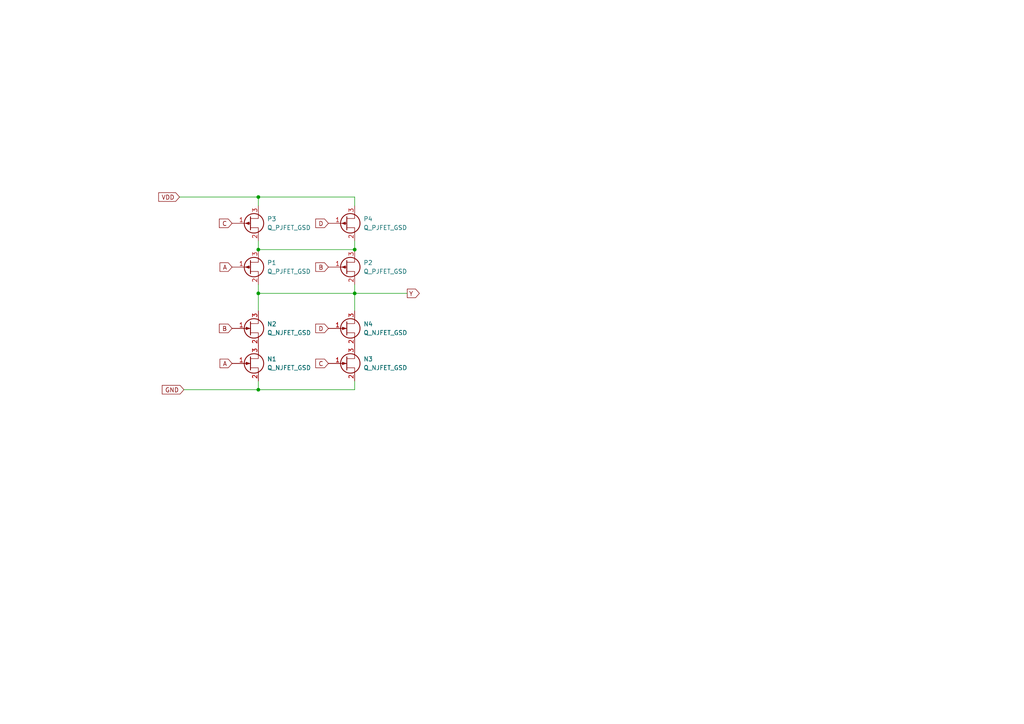
<source format=kicad_sch>
(kicad_sch (version 20250114) (generator "eeschema") (generator_version "9.0")
  (paper "A4")
  (lib_symbols
    (symbol "Device:Q_NJFET_GSD" (pin_names (offset 0) (hide yes))
      (property "Reference" "Q" (at 5.08 1.27 0))
      (property "Value" "Q_NJFET_GSD" (at 5.08 -1.27 0))
      (symbol "Q_NJFET_GSD_0_1"
        (polyline (pts (xy 0 0) (xy -1.016 0.381) (xy -1.016 -0.381) (xy 0 0)) (fill (type outline)))
        (polyline (pts (xy 0.254 1.905) (xy 0.254 -1.905) (xy 0.254 -1.905)) (stroke (width 0.254)))
        (circle (center 1.27 0) (radius 2.8194) (stroke (width 0.254)))
        (polyline (pts (xy 2.54 2.54) (xy 2.54 1.397) (xy 0.254 1.397)))
        (polyline (pts (xy 2.54 -2.54) (xy 2.54 -1.27) (xy 0.254 -1.27)))
      )
      (symbol "Q_NJFET_GSD_1_1"
        (pin input line (at -5.08 0 0) (length 5.334) (name "G") (number "1"))
        (pin passive line (at 2.54 5.08 270) (length 2.54) (name "D") (number "3"))
        (pin passive line (at 2.54 -5.08 90) (length 2.54) (name "S") (number "2"))
      )
    )
    (symbol "Device:Q_PJFET_GSD" (pin_names (offset 0) (hide yes))
      (property "Reference" "Q" (at 5.08 1.27 0))
      (property "Value" "Q_PJFET_GSD" (at 5.08 -1.27 0))
      (symbol "Q_PJFET_GSD_0_1"
        (polyline (pts (xy -1.143 0) (xy -0.127 0.381) (xy -0.127 -0.381) (xy -1.143 0)) (fill (type outline)))
        (polyline (pts (xy 0.254 1.905) (xy 0.254 -1.905) (xy 0.254 -1.905)) (stroke (width 0.254)))
        (circle (center 1.27 0) (radius 2.8194) (stroke (width 0.254)))
        (polyline (pts (xy 2.54 2.54) (xy 2.54 1.397) (xy 0.254 1.397)))
        (polyline (pts (xy 2.54 -2.54) (xy 2.54 -1.27) (xy 0.254 -1.27)))
      )
      (symbol "Q_PJFET_GSD_1_1"
        (pin input line (at -5.08 0 0) (length 5.334) (name "G") (number "1"))
        (pin passive line (at 2.54 5.08 270) (length 2.54) (name "D") (number "3"))
        (pin passive line (at 2.54 -5.08 90) (length 2.54) (name "S") (number "2"))
      )
    )
  )
  (junction (at 74.93 72.39))
  (junction (at 102.87 85.09))
  (junction (at 74.93 85.09))
  (junction (at 74.93 113.03))
  (junction (at 102.87 72.39))
  (junction (at 74.93 57.15))
  (wire (pts (xy 74.93 110.49) (xy 74.93 113.03)))
  (wire (pts (xy 74.93 113.03) (xy 102.87 113.03)))
  (wire (pts (xy 102.87 69.85) (xy 102.87 72.39)))
  (wire (pts (xy 74.93 85.09) (xy 102.87 85.09)))
  (wire (pts (xy 102.87 57.15) (xy 102.87 59.69)))
  (wire (pts (xy 74.93 69.85) (xy 74.93 72.39)))
  (wire (pts (xy 102.87 85.09) (xy 118.11 85.09)))
  (wire (pts (xy 102.87 85.09) (xy 102.87 90.17)))
  (wire (pts (xy 74.93 72.39) (xy 102.87 72.39)))
  (wire (pts (xy 74.93 85.09) (xy 74.93 90.17)))
  (wire (pts (xy 53.34 113.03) (xy 74.93 113.03)))
  (wire (pts (xy 52.07 57.15) (xy 74.93 57.15)))
  (wire (pts (xy 74.93 57.15) (xy 102.87 57.15)))
  (wire (pts (xy 74.93 82.55) (xy 74.93 85.09)))
  (wire (pts (xy 74.93 57.15) (xy 74.93 59.69)))
  (wire (pts (xy 102.87 110.49) (xy 102.87 113.03)))
  (wire (pts (xy 102.87 82.55) (xy 102.87 85.09)))
  (global_label "C" (shape input) (at 95.25 105.41 180) (property "Intersheetrefs" "${INTERSHEET_REFS}" (effects (hide yes))))
  (global_label "B" (shape input) (at 67.31 95.25 180) (property "Intersheetrefs" "${INTERSHEET_REFS}" (effects (hide yes))))
  (global_label "D" (shape input) (at 95.25 95.25 180) (property "Intersheetrefs" "${INTERSHEET_REFS}" (effects (hide yes))))
  (global_label "D" (shape input) (at 95.25 64.77 180) (property "Intersheetrefs" "${INTERSHEET_REFS}" (effects (hide yes))))
  (global_label "A" (shape input) (at 67.31 105.41 180) (property "Intersheetrefs" "${INTERSHEET_REFS}" (effects (hide yes))))
  (global_label "Y" (shape output) (at 118.11 85.09 0) (property "Intersheetrefs" "${INTERSHEET_REFS}" (effects (hide yes))))
  (global_label "A" (shape input) (at 67.31 77.47 180) (property "Intersheetrefs" "${INTERSHEET_REFS}" (effects (hide yes))))
  (global_label "GND" (shape input) (at 53.34 113.03 180) (property "Intersheetrefs" "${INTERSHEET_REFS}" (effects (hide yes))) (property "Netclass" "Power" (effects (hide yes))))
  (global_label "C" (shape input) (at 67.31 64.77 180) (property "Intersheetrefs" "${INTERSHEET_REFS}" (effects (hide yes))))
  (global_label "B" (shape input) (at 95.25 77.47 180) (property "Intersheetrefs" "${INTERSHEET_REFS}" (effects (hide yes))))
  (global_label "VDD" (shape input) (at 52.07 57.15 180) (property "Intersheetrefs" "${INTERSHEET_REFS}" (effects (hide yes))) (property "Netclass" "Power" (effects (hide yes))))
  (symbol (lib_id "Device:Q_PJFET_GSD") (at 100.33 64.77 0) (unit 1)
    (property "Reference" "P4" (at 105.41 63.4999 0) (effects (justify left)))
    (property "Value" "Q_PJFET_GSD" (at 105.41 66.0399 0) (effects (justify left)))
    (property "Footprint" "Package_TO_SOT_SMD:SOT-523" (effects (hide yes)))
    (property "Description" "P-JFET transistor, gate/source/drain" (effects (hide yes)))
  )
  (symbol (lib_id "Device:Q_NJFET_GSD") (at 72.39 105.41 0) (unit 1)
    (property "Reference" "N1" (at 77.47 104.1399 0) (effects (justify left)))
    (property "Value" "Q_NJFET_GSD" (at 77.47 106.6799 0) (effects (justify left)))
    (property "Footprint" "Package_TO_SOT_SMD:SOT-523" (effects (hide yes)))
    (property "Description" "N-JFET transistor, gate/source/drain" (effects (hide yes)))
  )
  (symbol (lib_id "Device:Q_PJFET_GSD") (at 100.33 77.47 0) (unit 1)
    (property "Reference" "P2" (at 105.41 76.1999 0) (effects (justify left)))
    (property "Value" "Q_PJFET_GSD" (at 105.41 78.7399 0) (effects (justify left)))
    (property "Footprint" "Package_TO_SOT_SMD:SOT-523" (effects (hide yes)))
    (property "Description" "P-JFET transistor, gate/source/drain" (effects (hide yes)))
  )
  (symbol (lib_id "Device:Q_NJFET_GSD") (at 100.33 95.25 0) (unit 1)
    (property "Reference" "N4" (at 105.41 93.9799 0) (effects (justify left)))
    (property "Value" "Q_NJFET_GSD" (at 105.41 96.5199 0) (effects (justify left)))
    (property "Footprint" "Package_TO_SOT_SMD:SOT-523" (effects (hide yes)))
    (property "Description" "N-JFET transistor, gate/source/drain" (effects (hide yes)))
  )
  (symbol (lib_id "Device:Q_PJFET_GSD") (at 72.39 64.77 0) (unit 1)
    (property "Reference" "P3" (at 77.47 63.4999 0) (effects (justify left)))
    (property "Value" "Q_PJFET_GSD" (at 77.47 66.0399 0) (effects (justify left)))
    (property "Footprint" "Package_TO_SOT_SMD:SOT-523" (effects (hide yes)))
    (property "Description" "P-JFET transistor, gate/source/drain" (effects (hide yes)))
  )
  (symbol (lib_id "Device:Q_NJFET_GSD") (at 72.39 95.25 0) (unit 1)
    (property "Reference" "N2" (at 77.47 93.9799 0) (effects (justify left)))
    (property "Value" "Q_NJFET_GSD" (at 77.47 96.5199 0) (effects (justify left)))
    (property "Footprint" "Package_TO_SOT_SMD:SOT-523" (effects (hide yes)))
    (property "Description" "N-JFET transistor, gate/source/drain" (effects (hide yes)))
  )
  (symbol (lib_id "Device:Q_PJFET_GSD") (at 72.39 77.47 0) (unit 1)
    (property "Reference" "P1" (at 77.47 76.1999 0) (effects (justify left)))
    (property "Value" "Q_PJFET_GSD" (at 77.47 78.7399 0) (effects (justify left)))
    (property "Footprint" "Package_TO_SOT_SMD:SOT-523" (effects (hide yes)))
    (property "Description" "P-JFET transistor, gate/source/drain" (effects (hide yes)))
  )
  (symbol (lib_id "Device:Q_NJFET_GSD") (at 100.33 105.41 0) (unit 1)
    (property "Reference" "N3" (at 105.41 104.1399 0) (effects (justify left)))
    (property "Value" "Q_NJFET_GSD" (at 105.41 106.6799 0) (effects (justify left)))
    (property "Footprint" "Package_TO_SOT_SMD:SOT-523" (effects (hide yes)))
    (property "Description" "N-JFET transistor, gate/source/drain" (effects (hide yes)))
  )
)
</source>
